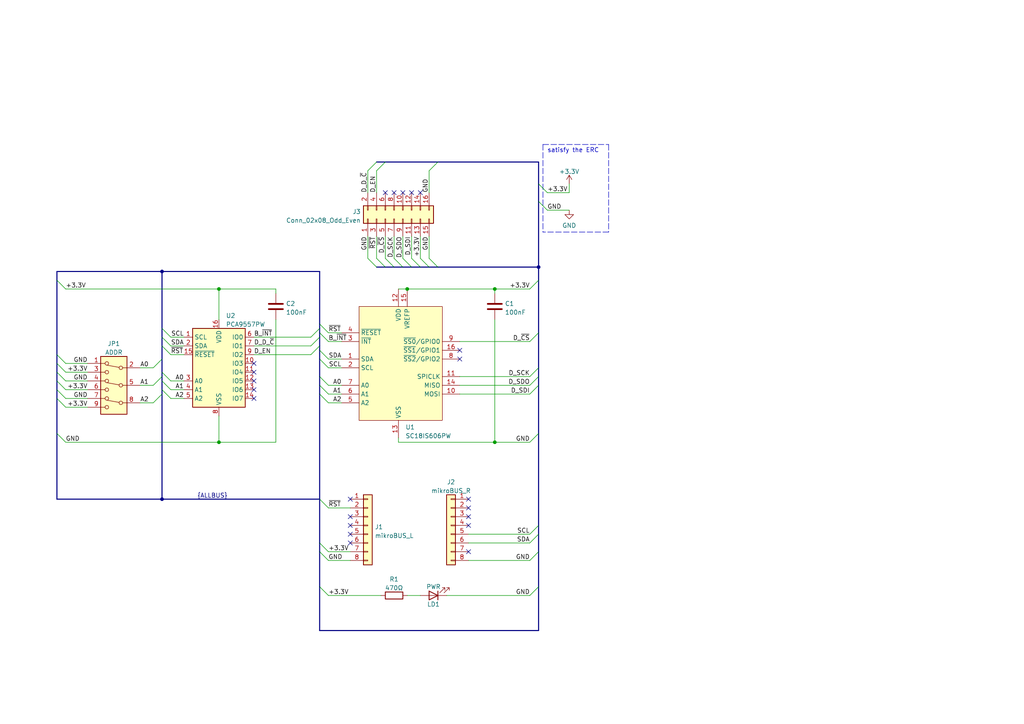
<source format=kicad_sch>
(kicad_sch (version 20211123) (generator eeschema)
  (paper "A4")
  (lib_symbols
    (symbol "Connector_Generic:Conn_01x08" (pin_names (offset 1.016) hide)
      (property "Reference" "J" (at 0 10.16 0))
      (property "Value" "Conn_01x08" (at 0 -12.7 0))
      (symbol "Conn_01x08_1_1"
        (rectangle (start -1.27 -10.033) (end 0 -10.287) (stroke (width 0.1524)))
        (rectangle (start -1.27 -7.493) (end 0 -7.747) (stroke (width 0.1524)))
        (rectangle (start -1.27 -4.953) (end 0 -5.207) (stroke (width 0.1524)))
        (rectangle (start -1.27 -2.413) (end 0 -2.667) (stroke (width 0.1524)))
        (rectangle (start -1.27 0.127) (end 0 -0.127) (stroke (width 0.1524)))
        (rectangle (start -1.27 2.667) (end 0 2.413) (stroke (width 0.1524)))
        (rectangle (start -1.27 5.207) (end 0 4.953) (stroke (width 0.1524)))
        (rectangle (start -1.27 7.747) (end 0 7.493) (stroke (width 0.1524)))
        (rectangle (start -1.27 8.89) (end 1.27 -11.43) (stroke (width 0.254)) (fill (type background)))
        (pin passive line (at -5.08 7.62 0) (length 3.81) (name "Pin_1") (number "1"))
        (pin passive line (at -5.08 5.08 0) (length 3.81) (name "Pin_2") (number "2"))
        (pin passive line (at -5.08 2.54 0) (length 3.81) (name "Pin_3") (number "3"))
        (pin passive line (at -5.08 0 0) (length 3.81) (name "Pin_4") (number "4"))
        (pin passive line (at -5.08 -2.54 0) (length 3.81) (name "Pin_5") (number "5"))
        (pin passive line (at -5.08 -5.08 0) (length 3.81) (name "Pin_6") (number "6"))
        (pin passive line (at -5.08 -7.62 0) (length 3.81) (name "Pin_7") (number "7"))
        (pin passive line (at -5.08 -10.16 0) (length 3.81) (name "Pin_8") (number "8"))
      )
    )
    (symbol "Connector_Generic:Conn_02x08_Odd_Even" (pin_names (offset 1.016) hide)
      (property "Reference" "J" (at 1.27 10.16 0))
      (property "Value" "Conn_02x08_Odd_Even" (at 1.27 -12.7 0))
      (symbol "Conn_02x08_Odd_Even_1_1"
        (rectangle (start -1.27 -10.033) (end 0 -10.287) (stroke (width 0.1524)))
        (rectangle (start -1.27 -7.493) (end 0 -7.747) (stroke (width 0.1524)))
        (rectangle (start -1.27 -4.953) (end 0 -5.207) (stroke (width 0.1524)))
        (rectangle (start -1.27 -2.413) (end 0 -2.667) (stroke (width 0.1524)))
        (rectangle (start -1.27 0.127) (end 0 -0.127) (stroke (width 0.1524)))
        (rectangle (start -1.27 2.667) (end 0 2.413) (stroke (width 0.1524)))
        (rectangle (start -1.27 5.207) (end 0 4.953) (stroke (width 0.1524)))
        (rectangle (start -1.27 7.747) (end 0 7.493) (stroke (width 0.1524)))
        (rectangle (start -1.27 8.89) (end 3.81 -11.43) (stroke (width 0.254)) (fill (type background)))
        (rectangle (start 3.81 -10.033) (end 2.54 -10.287) (stroke (width 0.1524)))
        (rectangle (start 3.81 -7.493) (end 2.54 -7.747) (stroke (width 0.1524)))
        (rectangle (start 3.81 -4.953) (end 2.54 -5.207) (stroke (width 0.1524)))
        (rectangle (start 3.81 -2.413) (end 2.54 -2.667) (stroke (width 0.1524)))
        (rectangle (start 3.81 0.127) (end 2.54 -0.127) (stroke (width 0.1524)))
        (rectangle (start 3.81 2.667) (end 2.54 2.413) (stroke (width 0.1524)))
        (rectangle (start 3.81 5.207) (end 2.54 4.953) (stroke (width 0.1524)))
        (rectangle (start 3.81 7.747) (end 2.54 7.493) (stroke (width 0.1524)))
        (pin passive line (at -5.08 7.62 0) (length 3.81) (name "Pin_1") (number "1"))
        (pin passive line (at 7.62 -2.54 180) (length 3.81) (name "Pin_10") (number "10"))
        (pin passive line (at -5.08 -5.08 0) (length 3.81) (name "Pin_11") (number "11"))
        (pin passive line (at 7.62 -5.08 180) (length 3.81) (name "Pin_12") (number "12"))
        (pin passive line (at -5.08 -7.62 0) (length 3.81) (name "Pin_13") (number "13"))
        (pin passive line (at 7.62 -7.62 180) (length 3.81) (name "Pin_14") (number "14"))
        (pin passive line (at -5.08 -10.16 0) (length 3.81) (name "Pin_15") (number "15"))
        (pin passive line (at 7.62 -10.16 180) (length 3.81) (name "Pin_16") (number "16"))
        (pin passive line (at 7.62 7.62 180) (length 3.81) (name "Pin_2") (number "2"))
        (pin passive line (at -5.08 5.08 0) (length 3.81) (name "Pin_3") (number "3"))
        (pin passive line (at 7.62 5.08 180) (length 3.81) (name "Pin_4") (number "4"))
        (pin passive line (at -5.08 2.54 0) (length 3.81) (name "Pin_5") (number "5"))
        (pin passive line (at 7.62 2.54 180) (length 3.81) (name "Pin_6") (number "6"))
        (pin passive line (at -5.08 0 0) (length 3.81) (name "Pin_7") (number "7"))
        (pin passive line (at 7.62 0 180) (length 3.81) (name "Pin_8") (number "8"))
        (pin passive line (at -5.08 -2.54 0) (length 3.81) (name "Pin_9") (number "9"))
      )
    )
    (symbol "Device:C" (pin_numbers hide) (pin_names (offset 0.254))
      (property "Reference" "C" (at 0.635 2.54 0))
      (property "Value" "C" (at 0.635 -2.54 0))
      (symbol "C_0_1"
        (polyline (pts (xy -2.032 -0.762) (xy 2.032 -0.762)) (stroke (width 0.508)))
        (polyline (pts (xy -2.032 0.762) (xy 2.032 0.762)) (stroke (width 0.508)))
      )
      (symbol "C_1_1"
        (pin passive line (at 0 3.81 270) (length 2.794) (name "~") (number "1"))
        (pin passive line (at 0 -3.81 90) (length 2.794) (name "~") (number "2"))
      )
    )
    (symbol "Device:LED" (pin_numbers hide) (pin_names (offset 1.016) hide)
      (property "Reference" "D" (at 0 2.54 0))
      (property "Value" "LED" (at 0 -2.54 0))
      (symbol "LED_0_1"
        (polyline (pts (xy -1.27 -1.27) (xy -1.27 1.27)) (stroke (width 0.254)))
        (polyline (pts (xy -1.27 0) (xy 1.27 0)))
        (polyline (pts (xy 1.27 -1.27) (xy 1.27 1.27) (xy -1.27 0) (xy 1.27 -1.27)) (stroke (width 0.254)))
        (polyline (pts (xy -3.048 -0.762) (xy -4.572 -2.286) (xy -3.81 -2.286) (xy -4.572 -2.286) (xy -4.572 -1.524)))
        (polyline (pts (xy -1.778 -0.762) (xy -3.302 -2.286) (xy -2.54 -2.286) (xy -3.302 -2.286) (xy -3.302 -1.524)))
      )
      (symbol "LED_1_1"
        (pin passive line (at -3.81 0 0) (length 2.54) (name "K") (number "1"))
        (pin passive line (at 3.81 0 180) (length 2.54) (name "A") (number "2"))
      )
    )
    (symbol "Device:R" (pin_numbers hide) (pin_names (offset 0))
      (property "Reference" "R" (at 2.032 0 90))
      (property "Value" "R" (at 0 0 90))
      (symbol "R_0_1"
        (rectangle (start -1.016 -2.54) (end 1.016 2.54) (stroke (width 0.254)))
      )
      (symbol "R_1_1"
        (pin passive line (at 0 3.81 270) (length 1.27) (name "~") (number "1"))
        (pin passive line (at 0 -3.81 90) (length 1.27) (name "~") (number "2"))
      )
    )
    (symbol "Interface_Expansion:PCA9557PW"
      (property "Reference" "U" (at -7.62 11.43 0))
      (property "Value" "PCA9557PW" (at 2.54 11.43 0))
      (symbol "PCA9557PW_0_1"
        (rectangle (start -7.62 -12.7) (end 7.62 10.16) (stroke (width 0.254)) (fill (type background)))
      )
      (symbol "PCA9557PW_1_1"
        (pin input line (at -10.16 7.62 0) (length 2.54) (name "SCL") (number "1"))
        (pin bidirectional line (at 10.16 0 180) (length 2.54) (name "IO3") (number "10"))
        (pin bidirectional line (at 10.16 -2.54 180) (length 2.54) (name "IO4") (number "11"))
        (pin bidirectional line (at 10.16 -5.08 180) (length 2.54) (name "IO5") (number "12"))
        (pin bidirectional line (at 10.16 -7.62 180) (length 2.54) (name "IO6") (number "13"))
        (pin bidirectional line (at 10.16 -10.16 180) (length 2.54) (name "IO7") (number "14"))
        (pin input line (at -10.16 2.54 0) (length 2.54) (name "~{RESET}") (number "15"))
        (pin power_in line (at 0 12.7 270) (length 2.54) (name "VDD") (number "16"))
        (pin bidirectional line (at -10.16 5.08 0) (length 2.54) (name "SDA") (number "2"))
        (pin input line (at -10.16 -5.08 0) (length 2.54) (name "A0") (number "3"))
        (pin input line (at -10.16 -7.62 0) (length 2.54) (name "A1") (number "4"))
        (pin input line (at -10.16 -10.16 0) (length 2.54) (name "A2") (number "5"))
        (pin bidirectional line (at 10.16 7.62 180) (length 2.54) (name "IO0") (number "6"))
        (pin bidirectional line (at 10.16 5.08 180) (length 2.54) (name "IO1") (number "7"))
        (pin power_in line (at 0 -15.24 90) (length 2.54) (name "VSS") (number "8"))
        (pin bidirectional line (at 10.16 2.54 180) (length 2.54) (name "IO2") (number "9"))
      )
    )
    (symbol "Interface_I2C:SC18IS606PW"
      (property "Reference" "U" (at 10.795 17.78 0))
      (property "Value" "SC18IS606PW" (at 7.112 -18.542 0))
      (symbol "SC18IS606PW_0_1"
        (rectangle (start -11.43 16.51) (end 12.7 -16.51) (stroke (width 0.1524)) (fill (type background)))
      )
      (symbol "SC18IS606PW_1_1"
        (pin bidirectional line (at -16.51 1.27 0) (length 5.08) (name "SDA") (number "1"))
        (pin output line (at 17.78 -8.89 180) (length 5.08) (name "MOSI") (number "10"))
        (pin output line (at 17.78 -3.81 180) (length 5.08) (name "SPICLK") (number "11"))
        (pin power_in line (at 0 21.59 270) (length 5.08) (name "VDD") (number "12"))
        (pin power_in line (at 0 -21.59 90) (length 5.08) (name "VSS") (number "13"))
        (pin input line (at 17.78 -6.35 180) (length 5.08) (name "MISO") (number "14"))
        (pin power_in line (at 2.54 21.59 270) (length 5.08) (name "VREFP") (number "15"))
        (pin bidirectional line (at 17.78 3.81 180) (length 5.08) (name "~{SS1}/GPIO1") (number "16"))
        (pin input line (at -16.51 -1.27 0) (length 5.08) (name "SCL") (number "2"))
        (pin output line (at -16.51 6.35 0) (length 5.08) (name "~{INT}") (number "3"))
        (pin input line (at -16.51 8.89 0) (length 5.08) (name "~{RESET}") (number "4"))
        (pin input line (at -16.51 -11.43 0) (length 5.08) (name "A2") (number "5"))
        (pin input line (at -16.51 -8.89 0) (length 5.08) (name "A1") (number "6"))
        (pin input line (at -16.51 -6.35 0) (length 5.08) (name "A0") (number "7"))
        (pin bidirectional line (at 17.78 1.27 180) (length 5.08) (name "~{SS2}/GPIO2") (number "8"))
        (pin bidirectional line (at 17.78 6.35 180) (length 5.08) (name "~{SS0}/GPIO0") (number "9"))
      )
    )
    (symbol "Switch_Pairwise:SW_DIP_x03_SPDT_Pairwise" (pin_names (offset 0) hide)
      (property "Reference" "JP1" (at 0 -9.5281 0))
      (property "Value" "SW_DIP_x03_SPDT_Pairwise" (at 0 -12.065 0))
      (symbol "SW_DIP_x03_SPDT_Pairwise_0_0"
        (circle (center -2.032 -5.08) (radius 0.508))
        (circle (center -2.032 0) (radius 0.508))
        (circle (center -2.032 5.08) (radius 0.508))
        (polyline (pts (xy -1.524 -4.953) (xy 2.032 -4.318)))
        (polyline (pts (xy -1.524 0.127) (xy 2.032 0.762)))
        (polyline (pts (xy -1.524 5.207) (xy 2.032 5.842)))
        (circle (center 2.032 -6.35) (radius 0.508))
        (circle (center 2.032 -3.81) (radius 0.508))
        (circle (center 2.032 -1.27) (radius 0.508))
        (circle (center 2.032 1.27) (radius 0.508))
        (circle (center 2.032 3.81) (radius 0.508))
        (circle (center 2.032 6.35) (radius 0.508))
      )
      (symbol "SW_DIP_x03_SPDT_Pairwise_0_1"
        (rectangle (start -3.81 8.382) (end 3.81 -8.382) (stroke (width 0.254)) (fill (type background)))
      )
      (symbol "SW_DIP_x03_SPDT_Pairwise_1_1"
        (pin passive line (at 7.62 6.35 180) (length 5.08) (name "~") (number "1"))
        (pin passive line (at -7.62 5.08 0) (length 5.08) (name "~") (number "2"))
        (pin passive line (at 7.62 3.81 180) (length 5.08) (name "~") (number "3"))
        (pin passive line (at 7.62 1.27 180) (length 5.08) (name "~") (number "4"))
        (pin passive line (at -7.62 0 0) (length 5.08) (name "~") (number "5"))
        (pin passive line (at 7.62 -1.27 180) (length 5.08) (name "~") (number "6"))
        (pin passive line (at 7.62 -3.81 180) (length 5.08) (name "~") (number "7"))
        (pin passive line (at -7.62 -5.08 0) (length 5.08) (name "~") (number "8"))
        (pin passive line (at 7.62 -6.35 180) (length 5.08) (name "~") (number "9"))
      )
    )
    (symbol "power:+3.3V" (power) (pin_names (offset 0))
      (property "Value" "+3.3V" (at 0 3.556 0))
      (symbol "+3.3V_0_1"
        (polyline (pts (xy -0.762 1.27) (xy 0 2.54)))
        (polyline (pts (xy 0 0) (xy 0 2.54)))
        (polyline (pts (xy 0 2.54) (xy 0.762 1.27)))
      )
      (symbol "+3.3V_1_1"
        (pin power_in line (at 0 0 90) (length 0) hide (name "+3.3V") (number "1"))
      )
    )
    (symbol "power:GND" (power) (pin_names (offset 0))
      (property "Value" "GND" (at 0 -3.81 0))
      (symbol "GND_0_1"
        (polyline (pts (xy 0 0) (xy 0 -1.27) (xy 1.27 -1.27) (xy 0 -2.54) (xy -1.27 -1.27) (xy 0 -1.27)))
      )
      (symbol "GND_1_1"
        (pin power_in line (at 0 0 270) (length 0) hide (name "GND") (number "1"))
      )
    )
  )
  (bus_alias "ALLBUS" (members "+3.3V" "GND" "~{RST}" "A0" "A1" "A2" "SCL" "SDA" "B_~{INT}" "D_D_~{C}" "D_EN" "D_SCK" "D_SDO" "D_SDI" "D_~{CS}"))
  (junction (at 46.99 78.74))
  (junction (at 143.51 128.27))
  (junction (at 118.11 83.82))
  (junction (at 156.21 77.47))
  (junction (at 63.5 83.82))
  (junction (at 143.51 83.82))
  (junction (at 63.5 128.27))
  (junction (at 46.99 144.78))
  (no_connect (at 133.35 104.14))
  (no_connect (at 101.6 152.4))
  (no_connect (at 114.3 55.88))
  (no_connect (at 111.76 55.88))
  (no_connect (at 116.84 55.88))
  (no_connect (at 119.38 55.88))
  (no_connect (at 121.92 55.88))
  (no_connect (at 73.66 113.03))
  (no_connect (at 135.89 149.86))
  (no_connect (at 73.66 107.95))
  (no_connect (at 133.35 101.6))
  (no_connect (at 135.89 144.78))
  (no_connect (at 101.6 154.94))
  (no_connect (at 101.6 157.48))
  (no_connect (at 135.89 152.4))
  (no_connect (at 73.66 115.57))
  (no_connect (at 101.6 144.78))
  (no_connect (at 135.89 160.02))
  (no_connect (at 135.89 147.32))
  (no_connect (at 101.6 149.86))
  (no_connect (at 73.66 110.49))
  (no_connect (at 73.66 105.41))
  (bus_entry (at 44.45 116.84) (size 2.54 -2.54))
  (bus_entry (at 44.45 111.76) (size 2.54 -2.54))
  (bus_entry (at 44.45 106.68) (size 2.54 -2.54))
  (bus_entry (at 92.71 95.25) (size -2.54 2.54))
  (bus_entry (at 46.99 100.33) (size 2.54 2.54))
  (bus_entry (at 49.53 113.03) (size -2.54 -2.54))
  (bus_entry (at 92.71 160.02) (size 2.54 2.54))
  (bus_entry (at 92.71 157.48) (size 2.54 2.54))
  (bus_entry (at 92.71 144.78) (size 2.54 2.54))
  (bus_entry (at 156.21 96.52) (size -2.54 2.54))
  (bus_entry (at 92.71 93.98) (size 2.54 2.54))
  (bus_entry (at 16.51 81.28) (size 2.54 2.54))
  (bus_entry (at 95.25 111.76) (size -2.54 -2.54))
  (bus_entry (at 95.25 114.3) (size -2.54 -2.54))
  (bus_entry (at 95.25 116.84) (size -2.54 -2.54))
  (bus_entry (at 156.21 111.76) (size -2.54 2.54))
  (bus_entry (at 92.71 97.79) (size -2.54 2.54))
  (bus_entry (at 121.92 74.93) (size 2.54 2.54))
  (bus_entry (at 92.71 96.52) (size 2.54 2.54))
  (bus_entry (at 119.38 74.93) (size 2.54 2.54))
  (bus_entry (at 111.76 74.93) (size 2.54 2.54))
  (bus_entry (at 156.21 154.94) (size -2.54 2.54))
  (bus_entry (at 156.21 152.4) (size -2.54 2.54))
  (bus_entry (at 92.71 104.14) (size 2.54 2.54))
  (bus_entry (at 46.99 95.25) (size 2.54 2.54))
  (bus_entry (at 46.99 97.79) (size 2.54 2.54))
  (bus_entry (at 92.71 101.6) (size 2.54 2.54))
  (bus_entry (at 156.21 170.18) (size -2.54 2.54))
  (bus_entry (at 109.22 74.93) (size 2.54 2.54))
  (bus_entry (at 92.71 170.18) (size 2.54 2.54))
  (bus_entry (at 114.3 74.93) (size 2.54 2.54))
  (bus_entry (at 156.21 109.22) (size -2.54 2.54))
  (bus_entry (at 16.51 102.87) (size 2.54 2.54))
  (bus_entry (at 16.51 107.95) (size 2.54 2.54))
  (bus_entry (at 16.51 110.49) (size 2.54 2.54))
  (bus_entry (at 16.51 105.41) (size 2.54 2.54))
  (bus_entry (at 16.51 115.57) (size 2.54 2.54))
  (bus_entry (at 16.51 113.03) (size 2.54 2.54))
  (bus_entry (at 49.53 115.57) (size -2.54 -2.54))
  (bus_entry (at 156.21 106.68) (size -2.54 2.54))
  (bus_entry (at 124.46 74.93) (size 2.54 2.54))
  (bus_entry (at 156.21 125.73) (size -2.54 2.54))
  (bus_entry (at 156.21 81.28) (size -2.54 2.54))
  (bus_entry (at 156.21 160.02) (size -2.54 2.54))
  (bus_entry (at 109.22 46.99) (size -2.54 2.54))
  (bus_entry (at 111.76 46.99) (size -2.54 2.54))
  (bus_entry (at 127 46.99) (size -2.54 2.54))
  (bus_entry (at 19.05 128.27) (size -2.54 -2.54))
  (bus_entry (at 106.68 74.93) (size 2.54 2.54))
  (bus_entry (at 49.53 110.49) (size -2.54 -2.54))
  (bus_entry (at 156.21 53.34) (size 2.54 2.54))
  (bus_entry (at 156.21 58.42) (size 2.54 2.54))
  (bus_entry (at 116.84 74.93) (size 2.54 2.54))
  (bus_entry (at 92.71 100.33) (size -2.54 2.54))
  (wire (pts (xy 106.68 49.53) (xy 106.68 55.88)))
  (bus (pts (xy 92.71 157.48) (xy 92.71 160.02)))
  (wire (pts (xy 19.05 107.95) (xy 25.4 107.95)))
  (wire (pts (xy 143.51 85.09) (xy 143.51 83.82)))
  (bus (pts (xy 92.71 97.79) (xy 92.71 100.33)))
  (bus (pts (xy 156.21 154.94) (xy 156.21 160.02)))
  (wire (pts (xy 80.01 83.82) (xy 80.01 85.09)))
  (polyline (pts (xy 157.48 41.91) (xy 176.53 41.91)))
  (bus (pts (xy 114.3 77.47) (xy 116.84 77.47)))
  (bus (pts (xy 16.51 78.74) (xy 46.99 78.74)))
  (wire (pts (xy 124.46 68.58) (xy 124.46 74.93)))
  (wire (pts (xy 49.53 102.87) (xy 53.34 102.87)))
  (wire (pts (xy 19.05 118.11) (xy 25.4 118.11)))
  (wire (pts (xy 158.75 60.96) (xy 165.1 60.96)))
  (wire (pts (xy 40.64 116.84) (xy 44.45 116.84)))
  (wire (pts (xy 109.22 49.53) (xy 109.22 55.88)))
  (wire (pts (xy 49.53 110.49) (xy 53.34 110.49)))
  (bus (pts (xy 156.21 109.22) (xy 156.21 111.76)))
  (bus (pts (xy 156.21 182.88) (xy 92.71 182.88)))
  (wire (pts (xy 115.57 83.82) (xy 118.11 83.82)))
  (wire (pts (xy 95.25 96.52) (xy 99.06 96.52)))
  (bus (pts (xy 16.51 81.28) (xy 16.51 102.87)))
  (polyline (pts (xy 176.53 41.91) (xy 176.53 67.31)))
  (wire (pts (xy 80.01 128.27) (xy 63.5 128.27)))
  (wire (pts (xy 116.84 68.58) (xy 116.84 74.93)))
  (bus (pts (xy 92.71 78.74) (xy 92.71 93.98)))
  (bus (pts (xy 92.71 144.78) (xy 92.71 157.48)))
  (bus (pts (xy 156.21 152.4) (xy 156.21 154.94)))
  (bus (pts (xy 121.92 77.47) (xy 124.46 77.47)))
  (bus (pts (xy 46.99 100.33) (xy 46.99 104.14)))
  (wire (pts (xy 124.46 49.53) (xy 124.46 55.88)))
  (bus (pts (xy 156.21 125.73) (xy 156.21 152.4)))
  (bus (pts (xy 156.21 106.68) (xy 156.21 109.22)))
  (wire (pts (xy 40.64 111.76) (xy 44.45 111.76)))
  (bus (pts (xy 156.21 58.42) (xy 156.21 77.47)))
  (wire (pts (xy 133.35 99.06) (xy 153.67 99.06)))
  (bus (pts (xy 119.38 77.47) (xy 121.92 77.47)))
  (bus (pts (xy 16.51 102.87) (xy 16.51 105.41)))
  (wire (pts (xy 95.25 99.06) (xy 99.06 99.06)))
  (bus (pts (xy 92.71 114.3) (xy 92.71 144.78)))
  (wire (pts (xy 73.66 97.79) (xy 90.17 97.79)))
  (wire (pts (xy 95.25 106.68) (xy 99.06 106.68)))
  (wire (pts (xy 143.51 83.82) (xy 153.67 83.82)))
  (bus (pts (xy 156.21 170.18) (xy 156.21 182.88)))
  (bus (pts (xy 16.51 78.74) (xy 16.51 81.28)))
  (wire (pts (xy 133.35 109.22) (xy 153.67 109.22)))
  (wire (pts (xy 135.89 154.94) (xy 153.67 154.94)))
  (wire (pts (xy 73.66 102.87) (xy 90.17 102.87)))
  (bus (pts (xy 92.71 93.98) (xy 92.71 95.25)))
  (bus (pts (xy 109.22 46.99) (xy 111.76 46.99)))
  (wire (pts (xy 106.68 68.58) (xy 106.68 74.93)))
  (wire (pts (xy 135.89 157.48) (xy 153.67 157.48)))
  (bus (pts (xy 46.99 144.78) (xy 92.71 144.78)))
  (bus (pts (xy 156.21 96.52) (xy 156.21 106.68)))
  (wire (pts (xy 19.05 110.49) (xy 25.4 110.49)))
  (bus (pts (xy 46.99 110.49) (xy 46.99 113.03)))
  (wire (pts (xy 143.51 128.27) (xy 153.67 128.27)))
  (bus (pts (xy 156.21 53.34) (xy 156.21 58.42)))
  (wire (pts (xy 40.64 106.68) (xy 44.45 106.68)))
  (bus (pts (xy 92.71 104.14) (xy 92.71 109.22)))
  (wire (pts (xy 118.11 172.72) (xy 121.92 172.72)))
  (bus (pts (xy 16.51 105.41) (xy 16.51 107.95)))
  (bus (pts (xy 111.76 77.47) (xy 114.3 77.47)))
  (bus (pts (xy 46.99 114.3) (xy 46.99 144.78)))
  (wire (pts (xy 63.5 83.82) (xy 80.01 83.82)))
  (wire (pts (xy 49.53 100.33) (xy 53.34 100.33)))
  (bus (pts (xy 109.22 77.47) (xy 111.76 77.47)))
  (wire (pts (xy 143.51 92.71) (xy 143.51 128.27)))
  (wire (pts (xy 95.25 162.56) (xy 101.6 162.56)))
  (wire (pts (xy 19.05 83.82) (xy 63.5 83.82)))
  (polyline (pts (xy 157.48 41.91) (xy 157.48 67.31)))
  (bus (pts (xy 46.99 78.74) (xy 92.71 78.74)))
  (wire (pts (xy 95.25 114.3) (xy 99.06 114.3)))
  (wire (pts (xy 73.66 100.33) (xy 90.17 100.33)))
  (wire (pts (xy 165.1 55.88) (xy 165.1 53.34)))
  (bus (pts (xy 46.99 104.14) (xy 46.99 107.95)))
  (wire (pts (xy 49.53 97.79) (xy 53.34 97.79)))
  (wire (pts (xy 19.05 113.03) (xy 25.4 113.03)))
  (wire (pts (xy 49.53 115.57) (xy 53.34 115.57)))
  (bus (pts (xy 92.71 170.18) (xy 92.71 160.02)))
  (bus (pts (xy 92.71 100.33) (xy 92.71 101.6)))
  (bus (pts (xy 16.51 144.78) (xy 46.99 144.78)))
  (wire (pts (xy 95.25 172.72) (xy 110.49 172.72)))
  (wire (pts (xy 129.54 172.72) (xy 153.67 172.72)))
  (wire (pts (xy 95.25 116.84) (xy 99.06 116.84)))
  (wire (pts (xy 119.38 68.58) (xy 119.38 74.93)))
  (wire (pts (xy 114.3 68.58) (xy 114.3 74.93)))
  (wire (pts (xy 63.5 128.27) (xy 63.5 120.65)))
  (bus (pts (xy 156.21 160.02) (xy 156.21 170.18)))
  (bus (pts (xy 16.51 125.73) (xy 16.51 144.78)))
  (bus (pts (xy 46.99 107.95) (xy 46.99 109.22)))
  (polyline (pts (xy 176.53 67.31) (xy 157.48 67.31)))
  (bus (pts (xy 46.99 97.79) (xy 46.99 100.33)))
  (wire (pts (xy 121.92 68.58) (xy 121.92 74.93)))
  (bus (pts (xy 124.46 77.47) (xy 127 77.47)))
  (bus (pts (xy 16.51 115.57) (xy 16.51 125.73)))
  (bus (pts (xy 156.21 46.99) (xy 156.21 53.34)))
  (bus (pts (xy 16.51 115.57) (xy 16.51 113.03)))
  (bus (pts (xy 16.51 110.49) (xy 16.51 107.95)))
  (wire (pts (xy 135.89 162.56) (xy 153.67 162.56)))
  (bus (pts (xy 156.21 111.76) (xy 156.21 125.73)))
  (bus (pts (xy 92.71 111.76) (xy 92.71 114.3)))
  (bus (pts (xy 127 77.47) (xy 156.21 77.47)))
  (bus (pts (xy 46.99 78.74) (xy 46.99 95.25)))
  (wire (pts (xy 19.05 105.41) (xy 25.4 105.41)))
  (bus (pts (xy 116.84 77.47) (xy 119.38 77.47)))
  (wire (pts (xy 19.05 115.57) (xy 25.4 115.57)))
  (bus (pts (xy 46.99 113.03) (xy 46.99 114.3)))
  (wire (pts (xy 95.25 111.76) (xy 99.06 111.76)))
  (bus (pts (xy 156.21 81.28) (xy 156.21 96.52)))
  (bus (pts (xy 16.51 113.03) (xy 16.51 110.49)))
  (bus (pts (xy 156.21 77.47) (xy 156.21 81.28)))
  (wire (pts (xy 49.53 113.03) (xy 53.34 113.03)))
  (bus (pts (xy 46.99 109.22) (xy 46.99 110.49)))
  (wire (pts (xy 109.22 68.58) (xy 109.22 74.93)))
  (wire (pts (xy 118.11 83.82) (xy 143.51 83.82)))
  (bus (pts (xy 92.71 96.52) (xy 92.71 97.79)))
  (bus (pts (xy 111.76 46.99) (xy 127 46.99)))
  (bus (pts (xy 46.99 97.79) (xy 46.99 95.25)))
  (wire (pts (xy 95.25 147.32) (xy 101.6 147.32)))
  (wire (pts (xy 133.35 111.76) (xy 153.67 111.76)))
  (bus (pts (xy 92.71 95.25) (xy 92.71 96.52)))
  (wire (pts (xy 115.57 127) (xy 115.57 128.27)))
  (wire (pts (xy 95.25 104.14) (xy 99.06 104.14)))
  (wire (pts (xy 95.25 160.02) (xy 101.6 160.02)))
  (wire (pts (xy 158.75 55.88) (xy 165.1 55.88)))
  (wire (pts (xy 111.76 68.58) (xy 111.76 74.93)))
  (wire (pts (xy 115.57 128.27) (xy 143.51 128.27)))
  (wire (pts (xy 133.35 114.3) (xy 153.67 114.3)))
  (bus (pts (xy 92.71 170.18) (xy 92.71 182.88)))
  (wire (pts (xy 80.01 92.71) (xy 80.01 128.27)))
  (bus (pts (xy 92.71 109.22) (xy 92.71 111.76)))
  (bus (pts (xy 92.71 101.6) (xy 92.71 104.14)))
  (bus (pts (xy 127 46.99) (xy 156.21 46.99)))
  (wire (pts (xy 19.05 128.27) (xy 63.5 128.27)))
  (wire (pts (xy 63.5 92.71) (xy 63.5 83.82)))
  (text "satisfy the ERC" (at 158.75 44.45 0) (effects (font (size 1.27 1.27)) (justify left bottom)))
  (label "D_SDI" (at 119.38 68.58 270))
  (label "A1" (at 99.06 114.3 180))
  (label "A2" (at 40.64 116.84 0))
  (label "+3.3V" (at 19.05 83.82 0))
  (label "D_SDO" (at 153.67 111.76 180))
  (label "+3.3V" (at 121.92 68.58 270))
  (label "SDA" (at 53.34 100.33 180))
  (label "~{RST}" (at 95.25 147.32 0))
  (label "~{RST}" (at 109.22 68.58 270))
  (label "D_~{CS}" (at 153.67 99.06 180))
  (label "GND" (at 124.46 55.88 90))
  (label "SDA" (at 153.67 157.48 180))
  (label "GND" (at 19.05 128.27 0))
  (label "D_SCK" (at 153.67 109.22 180))
  (label "D_SDI" (at 153.67 114.3 180))
  (label "D_SDO" (at 116.84 68.58 270))
  (label "D_EN" (at 73.66 102.87 0))
  (label "D_~{CS}" (at 111.76 68.58 270))
  (label "A2" (at 53.34 115.57 180))
  (label "+3.3V" (at 158.75 55.88 0))
  (label "GND" (at 158.75 60.96 0))
  (label "+3.3V" (at 25.4 107.95 180))
  (label "GND" (at 25.4 105.41 180))
  (label "~{RST}" (at 95.25 96.52 0))
  (label "D_EN" (at 109.22 55.88 90))
  (label "D_D_~{C}" (at 73.66 100.33 0))
  (label "D_SCK" (at 114.3 68.58 270))
  (label "+3.3V" (at 25.4 113.03 180))
  (label "D_D_~{C}" (at 106.68 55.88 90))
  (label "{ALLBUS}" (at 66.04 144.78 180))
  (label "GND" (at 153.67 162.56 180))
  (label "GND" (at 25.4 115.57 180))
  (label "A1" (at 40.64 111.76 0))
  (label "GND" (at 153.67 172.72 180))
  (label "GND" (at 124.46 68.58 270))
  (label "B_~{INT}" (at 73.66 97.79 0))
  (label "GND" (at 153.67 128.27 180))
  (label "GND" (at 95.25 162.56 0))
  (label "SCL" (at 53.34 97.79 180))
  (label "B_~{INT}" (at 95.25 99.06 0))
  (label "+3.3V" (at 25.4 118.11 180))
  (label "SCL" (at 153.67 154.94 180))
  (label "+3.3V" (at 153.67 83.82 180))
  (label "A0" (at 99.06 111.76 180))
  (label "A0" (at 53.34 110.49 180))
  (label "A2" (at 99.06 116.84 180))
  (label "GND" (at 106.68 68.58 270))
  (label "+3.3V" (at 95.25 172.72 0))
  (label "~{RST}" (at 49.53 102.87 0))
  (label "A0" (at 40.64 106.68 0))
  (label "GND" (at 25.4 110.49 180))
  (label "SDA" (at 99.06 104.14 180))
  (label "SCL" (at 99.06 106.68 180))
  (label "+3.3V" (at 95.25 160.02 0))
  (label "A1" (at 53.34 113.03 180))
  (symbol (lib_id "Switch_Pairwise:SW_DIP_x03_SPDT_Pairwise") (at 33.02 111.76 0) (mirror y) (unit 1)
    (property "Reference" "JP1" (at 33.02 99.6782 0))
    (property "Value" "ADDR" (at 33.02 102.2151 0))
    (property "Footprint" "Connector_PinHeader_2.54mm_Jumper:PinHeader_3x03_P2.54mm_Vertical" (effects hide))
  )
  (symbol (lib_id "Connector_Generic:Conn_01x08") (at 106.68 152.4 0) (unit 1) (in_bom no)
    (property "Reference" "J1" (at 108.712 152.8353 0) (effects (justify left)))
    (property "Value" "mikroBUS_L" (at 108.712 155.3722 0) (effects (justify left)))
    (property "Footprint" "Connector_PinHeader_2.54mm:PinHeader_1x08_P2.54mm_Vertical" (effects hide))
  )
  (symbol (lib_id "Device:LED") (at 125.73 172.72 180) (unit 1)
    (property "Reference" "LD1" (at 125.73 175.26 0))
    (property "Value" "PWR" (at 125.73 170.18 0))
    (property "Footprint" "LED_SMD:LED_0603_1608Metric" (effects hide))
    (property "LCSC" "C72043" (effects hide))
    (property "Description" "LED green 0603" (effects hide))
    (property "Package" "0603" (effects hide))
  )
  (symbol (lib_id "power:+3.3V") (at 165.1 53.34 0) (unit 1)
    (property "Reference" "#PWR0102" (effects hide))
    (property "Value" "+3.3V" (at 165.1 49.7642 0))
  )
  (symbol (lib_id "Device:R") (at 114.3 172.72 90) (unit 1)
    (property "Reference" "R1" (at 114.3 168.0042 90))
    (property "Value" "470Ω" (at 114.3 170.5411 90))
    (property "Footprint" "Resistor_SMD:R_0603_1608Metric" (effects hide))
  )
  (symbol (lib_id "Device:C") (at 80.01 88.9 180) (unit 1)
    (property "Reference" "C2" (at 82.931 88.0653 0) (effects (justify right)))
    (property "Value" "100nF" (at 82.931 90.6022 0) (effects (justify right)))
    (property "Footprint" "Capacitor_SMD:C_0402_1005Metric" (effects hide))
    (property "LCSC" "C307331" (effects hide))
  )
  (symbol (lib_id "Interface_Expansion:PCA9557PW") (at 63.5 105.41 0) (unit 1)
    (property "Reference" "U2" (at 65.5194 91.5502 0) (effects (justify left)))
    (property "Value" "PCA9557PW" (at 65.5194 94.0871 0) (effects (justify left)))
    (property "Footprint" "Package_SO:TSSOP-16_4.4x5mm_P0.65mm" (effects hide))
    (property "Datasheet" "https://www.nxp.com/docs/en/data-sheet/PCA9557.pdf" (effects hide))
  )
  (symbol (lib_id "Interface_I2C:SC18IS606PW") (at 115.57 105.41 0) (unit 1)
    (property "Reference" "U1" (at 117.5894 123.8996 0) (effects (justify left)))
    (property "Value" "SC18IS606PW" (at 117.5894 126.4365 0) (effects (justify left)))
    (property "Footprint" "Package_SO:TSSOP-16_4.4x5mm_P0.65mm" (effects hide))
  )
  (symbol (lib_id "Connector_Generic:Conn_02x08_Odd_Even") (at 114.3 63.5 90) (unit 1)
    (property "Reference" "J3" (at 104.648 61.3953 90) (effects (justify left)))
    (property "Value" "Conn_02x08_Odd_Even" (at 104.648 63.9322 90) (effects (justify left)))
    (property "Footprint" "Connector_PinHeader_1.27mm_LowProfile:CNC_3221-16-0300-00" (effects hide))
  )
  (symbol (lib_id "Connector_Generic:Conn_01x08") (at 130.81 152.4 0) (mirror y) (unit 1) (in_bom no)
    (property "Reference" "J2" (at 130.81 139.8102 0))
    (property "Value" "mikroBUS_R" (at 130.81 142.3471 0))
    (property "Footprint" "Connector_PinHeader_2.54mm:PinHeader_1x08_P2.54mm_Vertical" (effects hide))
  )
  (symbol (lib_id "Device:C") (at 143.51 88.9 180) (unit 1)
    (property "Reference" "C1" (at 146.431 88.0653 0) (effects (justify right)))
    (property "Value" "100nF" (at 146.431 90.6022 0) (effects (justify right)))
    (property "Footprint" "Capacitor_SMD:C_0402_1005Metric" (effects hide))
    (property "LCSC" "C307331" (effects hide))
  )
  (symbol (lib_id "power:GND") (at 165.1 60.96 0) (unit 1)
    (property "Reference" "#PWR0101" (effects hide))
    (property "Value" "GND" (at 165.1 65.4034 0))
  )
)
</source>
